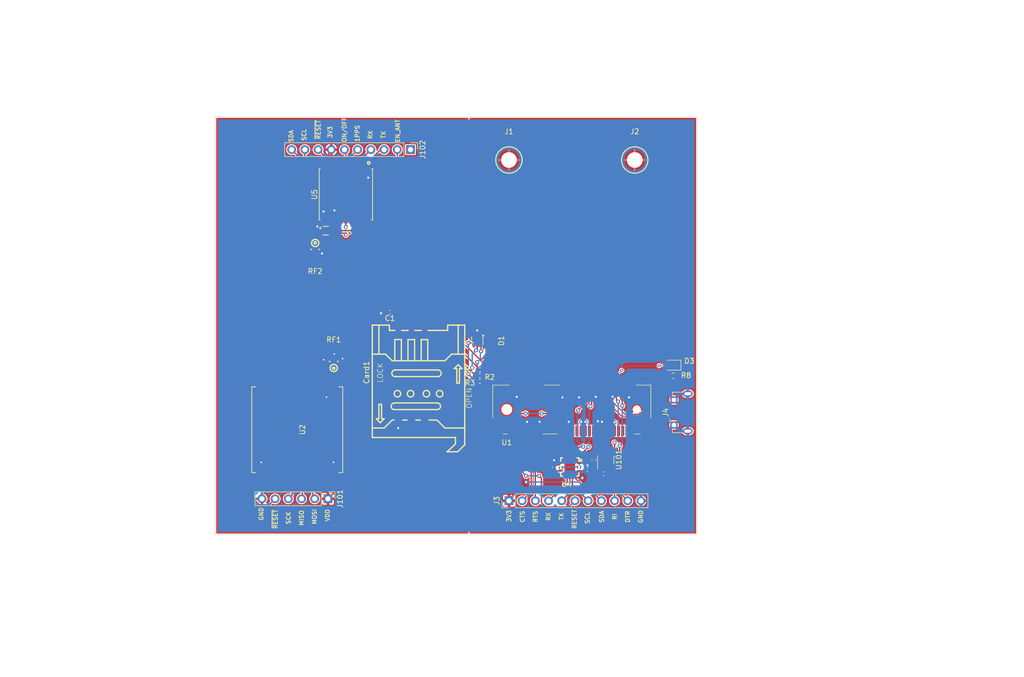
<source format=kicad_pcb>
(kicad_pcb (version 20211014) (generator pcbnew)
  (layers (0 "F.Cu" signal "Front") (31 "B.Cu" signal "Back") (34 "B.Paste" user) (35 "F.Paste" user) (36 "B.SilkS" user "B.Silkscreen") (37 "F.SilkS" user "F.Silkscreen") (38 "B.Mask" user) (39 "F.Mask" user) (44 "Edge.Cuts" user))
  (net 0 "")
  (net 9 "GND")
  (net 11 "+3V3")
  (net 12 "RX")
  (net 13 "TX")
  (net 14 "RESET")
  (net 15 "SCL")
  (net 16 "SDA")
  (net 17 "USB_DN")
  (net 18 "USB_DP")
  (net 19 "Net-(C1-Pad1)")
  (net 20 "Net-(R3-Pad1)")
  (net 21 "Net-(R2-Pad1)")
  (net 22 "Net-(R1-Pad1)")
  (net 23 "CTS")
  (net 24 "RTS")
  (net 25 "RI")
  (net 26 "DTR")
  (net 43 "LORA_V_{DD}")
  (net 44 "~{LORA_RESET}")
  (net 45 "LORA_SCK")
  (net 46 "LORA_MISO")
  (net 47 "LORA_MOSI")
  (net 48 "TX_GPS")
  (net 49 "RX_GPS")
  (net 50 "1PPS_GPS")
  (net 51 "ON{slash}OFF_GPS")
  (net 52 "~{RESET_GPS}")
  (net 53 "Net-(U5-Pad11)")
  (net 54 "SDA_GPS")
  (net 55 "SCL_GPS")
  (net 56 "GPS_3V3")
  (net 57 "EN_ANT")
  (net 58 "Net-(Card1-PadC2)")
  (net 59 "Net-(Card1-PadC3)")
  (net 60 "Net-(Card1-PadC7)")
  (net 61 "Net-(RF1-Pad1)")
  (net 62 "Net-(RF2-Pad1)")
  (net 74 "Net-(D3-Pad1)")
  (net 75 "Net-(D3-Pad2)")
  (net 76 "+1V8")
  (net 77 "Net-(U1-Pad32)")
  (net 78 "Net-(U1-Pad30)")
  (net 79 "Net-(U1-Pad19)")
  (net 80 "Net-(U1-Pad17)")
  (net 81 "Net-(U5-Pad14)")
  (footprint "Resistor_SMD:R_0402_1005Metric" (layer "F.Cu") (at 166.3 103 180)
    (fp_text reference "R1")
    (fp_text value "22ohm")
  )
  (footprint "cacophony-footprints:SMD_M2_nut" (layer "F.Cu") (at 171.9 62.6)
    (fp_text reference "J1")
    (fp_text value "Screw_Terminal_01x01")
  )
  (footprint "Package_TO_SOT_SMD:SOT-23-5" (layer "F.Cu") (at 190.52 120.32 90)
    (fp_text reference "U101")
    (fp_text value "RT9193-18GB")
  )
  (footprint "LED_SMD:LED_0805_2012Metric" (layer "F.Cu") (at 203.3 102.1 180)
    (fp_text reference "D3")
    (fp_text value "LED")
  )
  (footprint "cacophony-footprints:920-E52A2021S10100" (layer "F.Cu") (at 208.04125 111.2 90)
    (fp_text reference "J4")
    (fp_text value "USB_B_Micro")
  )
  (footprint "RF_Module:Ai-Thinker-Ra-01-LoRa" (layer "F.Cu") (at 131.18 114.51899 -90)
    (fp_text reference "U2")
    (fp_text value "Ai-Thinker-Ra-01")
  )
  (footprint "Connector_PinHeader_2.54mm:PinHeader_1x06_P2.54mm_Vertical" (layer "F.Cu") (at 137.08 127.81899 -90)
    (fp_text reference "J101")
    (fp_text value "Conn_01x06")
  )
  (footprint "Resistor_SMD:R_0603_1608Metric" (layer "F.Cu") (at 203.5 104.15)
    (fp_text reference "R8")
    (fp_text value "R")
  )
  (footprint "Capacitor_SMD:C_0402_1005Metric" (layer "F.Cu") (at 188.22 120.3 -90)
    (fp_text reference "C104" hide)
    (fp_text value "1uF")
  )
  (footprint "Connector_PinHeader_2.54mm:PinHeader_1x10_P2.54mm_Vertical" (layer "F.Cu") (at 152.96 60.6 -90)
    (fp_text reference "J102")
    (fp_text value "Conn_01x10")
  )
  (footprint "Capacitor_SMD:C_0402_1005Metric" (layer "F.Cu") (at 180.6 121.8 90)
    (fp_text reference "C101" hide)
    (fp_text value "100nF")
  )
  (footprint "Connector_PinHeader_2.54mm:PinHeader_1x11_P2.54mm_Vertical" (layer "F.Cu") (at 171.9 128.2 90)
    (fp_text reference "J3")
    (fp_text value "Conn_01x13")
  )
  (footprint "Capacitor_SMD:C_0402_1005Metric" (layer "F.Cu") (at 190.12 123)
    (fp_text reference "C103" hide)
    (fp_text value "1uF")
  )
  (footprint "cacophony-footprints:GPSM-SMD_ATGM336H-TR" (layer "F.Cu") (at 140.535 69.2)
    (fp_text reference "U5")
    (fp_text value "ATGM336H-5N31")
  )
  (footprint "Resistor_SMD:R_0402_1005Metric" (layer "F.Cu") (at 166.3 104.1 180)
    (fp_text reference "R2")
    (fp_text value "22ohm")
  )
  (footprint "Capacitor_SMD:C_0402_1005Metric" (layer "F.Cu") (at 187 122.2)
    (fp_text reference "C102" hide)
    (fp_text value "100nF")
  )
  (footprint "cacophony-footprints:VQFN-14_L3.5-W3.5-P0.50-BL-EP" (layer "F.Cu") (at 183.6 121.7 180)
    (fp_text reference "U4")
    (fp_text value "TXS0104ERGYR")
  )
  (footprint "cacophony-footprints:SOT-363_L2.0-W1.3-P0.65-LS2.1-TL" (layer "F.Cu") (at 165.8 97.4 -90)
    (fp_text reference "D1")
    (fp_text value "SMF05CT1G")
  )
  (footprint "Resistor_SMD:R_0402_1005Metric" (layer "F.Cu") (at 166.3 105.2 180)
    (fp_text reference "R3")
    (fp_text value "22ohm")
  )
  (footprint "cacophony-footprints:SIM-SMD_SIM-008" (layer "F.Cu") (at 153.1475 103.2725 90)
    (fp_text reference "Card1")
    (fp_text value "SIM-008")
  )
  (footprint "cacophony-footprints:ANT-SMD_KH-IPEX-K501-29" (layer "F.Cu") (at 138.2 102.61899)
    (fp_text reference "RF1")
    (fp_text value "KH-IPEX-K501-29")
  )
  (footprint "cacophony-footprints:ANT-SMD_KH-IPEX-K501-29" (layer "F.Cu") (at 134.635 78.6 180)
    (fp_text reference "RF2")
    (fp_text value "KH-IPEX-K501-29")
  )
  (footprint "Connector_PCBEdge:BUS_PCI_Express_Mini_Full" (layer "F.Cu") (at 183.985 110.635)
    (fp_text reference "U1")
    (fp_text value "SIM7600G-H-PCIE")
  )
  (footprint "cacophony-footprints:SMD_M2_nut" (layer "F.Cu") (at 196.1 62.6)
    (fp_text reference "J2")
    (fp_text value "Screw_Terminal_01x01")
  )
  (footprint "Capacitor_SMD:C_0402_1005Metric" (layer "F.Cu") (at 149 91.9 180)
    (fp_text reference "C1")
    (fp_text value "100nF")
  )
  (footprint "cacophony-footprints:DFN-6_L1.5-W1.0-P0.50-BL" (layer "F.Cu") (at 136.635 76.2 -90)
    (fp_text reference "U6")
    (fp_text value "AW5105DNR")
  )
  (gr_rect (start 115.4 54.3) (end 208.1 134.7) (layer "Edge.Cuts") (width 0.1) (fill none))
  (gr_text "SCL" (at 187 131.5 90) (layer "F.SilkS") (effects (font (size 0.8128 0.8128) (thickness 0.1524))))
  (gr_text "RI" (at 192.25 131.25 90) (layer "F.SilkS") (effects (font (size 0.8128 0.8128) (thickness 0.1524))))
  (gr_text "MISO" (at 132 131.5 90) (layer "F.SilkS") (effects (font (size 0.8128 0.8128) (thickness 0.1524))))
  (gr_text "TX" (at 147.75 57.75 90) (layer "F.SilkS") (effects (font (size 0.8128 0.8128) (thickness 0.1524))))
  (gr_text "TX" (at 182 131.25 90) (layer "F.SilkS") (effects (font (size 0.8128 0.8128) (thickness 0.1524))))
  (gr_text "RX" (at 179.5 131.25 90) (layer "F.SilkS") (effects (font (size 0.8128 0.8128) (thickness 0.1524))))
  (gr_text "RX" (at 145.25 57.75 90) (layer "F.SilkS") (effects (font (size 0.8128 0.8128) (thickness 0.1524))))
  (gr_text "EN_ANT" (at 150.5 57 90) (layer "F.SilkS") (effects (font (size 0.8128 0.8128) (thickness 0.1524))))
  (gr_text "MOSI" (at 134.5 131.25 90) (layer "F.SilkS") (effects (font (size 0.8128 0.8128) (thickness 0.1524))))
  (gr_text "RESET" (at 184.5 131.75 90) (layer "F.SilkS") (effects (font (size 0.8128 0.8128) (thickness 0.1524))))
  (gr_text "3V3" (at 137.5 57.25 90) (layer "F.SilkS") (effects (font (size 0.8128 0.8128) (thickness 0.1524))))
  (gr_text "SCL" (at 132.5 57.75 90) (layer "F.SilkS") (effects (font (size 0.8128 0.8128) (thickness 0.1524))))
  (gr_text "~{RESET}" (at 135.25 56.75 90) (layer "F.SilkS") (effects (font (size 0.8128 0.8128) (thickness 0.1524))))
  (gr_text "SDA" (at 130 58 90) (layer "F.SilkS") (effects (font (size 0.8128 0.8128) (thickness 0.1524))))
  (gr_text "SDA" (at 189.75 131.25 90) (layer "F.SilkS") (effects (font (size 0.8128 0.8128) (thickness 0.1524))))
  (gr_text "1PPS" (at 142.75 57.5 90) (layer "F.SilkS") (effects (font (size 0.8128 0.8128) (thickness 0.1524))))
  (gr_text "GND" (at 197.25 131.25 90) (layer "F.SilkS") (effects (font (size 0.8128 0.8128) (thickness 0.1524))))
  (gr_text "CTS" (at 174.5 131.25 90) (layer "F.SilkS") (effects (font (size 0.8128 0.8128) (thickness 0.1524))))
  (gr_text "3V3" (at 171.9 131.15 90) (layer "F.SilkS") (effects (font (size 0.8128 0.8128) (thickness 0.1524))))
  (gr_text "SCK" (at 129.5 131.5 90) (layer "F.SilkS") (effects (font (size 0.8128 0.8128) (thickness 0.1524))))
  (gr_text "GND" (at 124.25 130.75 90) (layer "F.SilkS") (effects (font (size 0.8128 0.8128) (thickness 0.1524))))
  (gr_text "RTS" (at 177 131.25 90) (layer "F.SilkS") (effects (font (size 0.8128 0.8128) (thickness 0.1524))))
  (gr_text "VDD" (at 137 131 90) (layer "F.SilkS") (effects (font (size 0.8128 0.8128) (thickness 0.1524))))
  (gr_text "ON/OFF" (at 140.25 56.75 90) (layer "F.SilkS") (effects (font (size 0.8128 0.8128) (thickness 0.1524))))
  (gr_text "DTR" (at 194.75 131.25 90) (layer "F.SilkS") (effects (font (size 0.8128 0.8128) (thickness 0.1524))))
  (gr_text "~{RESET}" (at 127 131.75 90) (layer "F.SilkS") (effects (font (size 0.8128 0.8128) (thickness 0.1524))))
  (segment (start 134.555 80.02) (end 133.135 78.6) (width 0.25) (layer "F.Cu") (net 9))
  (segment (start 136.7 102.61899) (end 136.78 102.61899) (width 0.25) (layer "F.Cu") (net 9))
  (segment (start 138.28 101.19899) (end 139.7 102.61899) (width 0.25) (layer "F.Cu") (net 9))
  (segment (start 188.585 106.535) (end 188.585 108.185) (width 0.25) (layer "F.Cu") (net 9))
  (segment (start 190.52 120.6) (end 190.52 121.4575) (width 0.25) (layer "F.Cu") (net 9))
  (segment (start 138.2 100.05) (end 138.3 99.95) (width 0.25) (layer "F.Cu") (net 9))
  (segment (start 136.7 102.61899) (end 136.7 101.5) (width 0.25) (layer "F.Cu") (net 9))
  (segment (start 124.38 127.81899) (end 124.38 122.71899) (width 0.25) (layer "F.Cu") (net 9))
  (segment (start 138.18 122.51899) (end 138.18 122.26899) (width 0.25) (layer "F.Cu") (net 9))
  (segment (start 136.215 75.28) (end 136.135 75.2) (width 0.25) (layer "F.Cu") (net 9))
  (segment (start 189.785 114.735) (end 189.785 113.015) (width 0.25) (layer "F.Cu") (net 9))
  (segment (start 136.135 74.01) (end 136.135 73.575) (width 0.25) (layer "F.Cu") (net 9))
  (segment (start 125.33 121.11899) (end 124.18 122.26899) (width 0.25) (layer "F.Cu") (net 9))
  (segment (start 187.42 120.78) (end 188.22 120.78) (width 0.25) (layer "F.Cu") (net 9))
  (segment (start 134.635 80.02) (end 134.715 80.02) (width 0.25) (layer "F.Cu") (net 9))
  (segment (start 147.8 91.9) (end 147.6 92.1) (width 0.25) (layer "F.Cu") (net 9))
  (segment (start 136.18 106.51899) (end 136.18 107.63) (width 0.25) (layer "F.Cu") (net 9))
  (segment (start 138.335 73.575) (end 138.335 74.01) (width 0.25) (layer "F.Cu") (net 9))
  (segment (start 134.715 80.02) (end 136.135 78.6) (width 0.25) (layer "F.Cu") (net 9))
  (segment (start 188.985 114.735) (end 188.985 112.915) (width 0.25) (layer "F.Cu") (net 9))
  (segment (start 137.56 72.8) (end 138.335 73.575) (width 0.25) (layer "F.Cu") (net 9))
  (segment (start 133.940978 76.2) (end 136.215 76.2) (width 0.25) (layer "F.Cu") (net 9))
  (segment (start 138.18 120.83) (end 138.15 120.8) (width 0.25) (layer "F.Cu") (net 9))
  (segment (start 173.385 108.185) (end 173.4 108.2) (width 0.25) (layer "F.Cu") (net 9))
  (segment (start 204.325 104.15) (end 206.29125 106.11625) (width 0.127) (layer "F.Cu") (net 9))
  (segment (start 192.185 114.735) (end 192.185 113.115) (width 0.25) (layer "F.Cu") (net 9))
  (segment (start 139.7 102.61899) (end 139.7 101.05) (width 0.25) (layer "F.Cu") (net 9))
  (segment (start 124.18 120.87) (end 124.25 120.8) (width 0.25) (layer "F.Cu") (net 9))
  (segment (start 194.985 108.285) (end 195 108.3) (width 0.25) (layer "F.Cu") (net 9))
  (segment (start 180.6 121.32) (end 181.48 121.32) (width 0.25) (layer "F.Cu") (net 9))
  (segment (start 188.985 112.915) (end 189 112.9) (width 0.25) (layer "F.Cu") (net 9))
  (segment (start 144.935 64.39) (end 144.935 65.9) (width 0.25) (layer "F.Cu") (net 9))
  (segment (start 188.585 108.185) (end 188.6 108.2) (width 0.25) (layer "F.Cu") (net 9))
  (segment (start 182.185 106.535) (end 182.185 108.285) (width 0.25) (layer "F.Cu") (net 9))
  (segment (start 187.011213 121.379223) (end 187.011213 121.188787) (width 0.25) (layer "F.Cu") (net 9))
  (segment (start 187.48 122.2) (end 187.48 121.84801) (width 0.25) (layer "F.Cu") (net 9))
  (segment (start 194.985 106.535) (end 194.985 108.285) (width 0.25) (layer "F.Cu") (net 9))
  (segment (start 186.585 113.415) (end 186.6 113.4) (width 0.25) (layer "F.Cu") (net 9))
  (segment (start 124.18 122.51899) (end 124.18 120.87) (width 0.25) (layer "F.Cu") (net 9))
  (segment (start 186.585 114.735) (end 186.585 113.415) (width 0.25) (layer "F.Cu") (net 9))
  (segment (start 136.215 75.7) (end 136.215 75.28) (width 0.25) (layer "F.Cu") (net 9))
  (segment (start 190.39048 120.47048) (end 190.52 120.6) (width 0.25) (layer "F.Cu") (net 9))
  (segment (start 177.785 113.015) (end 177.8 113) (width 0.25) (layer "F.Cu") (net 9))
  (segment (start 133.135 78.6) (end 133.135 77.005978) (width 0.25) (layer "F.Cu") (net 9))
  (segment (start 136.135 72.6) (end 136.235 72.5) (width 0.25) (layer "F.Cu") (net 9))
  (segment (start 190.985 107.684022) (end 191.456356 108.155378) (width 0.25) (layer "F.Cu") (net 9))
  (segment (start 133.135 77.005978) (end 133.940978 76.2) (width 0.25) (layer "F.Cu") (net 9))
  (segment (start 124.18 122.26899) (end 124.18 122.51899) (width 0.25) (layer "F.Cu") (net 9))
  (segment (start 135.335 75.7) (end 135.035 75.4) (width 0.25) (layer "F.Cu") (net 9))
  (segment (start 181.48 121.32) (end 181.85 120.95) (width 0.25) (layer "F.Cu") (net 9))
  (segment (start 185.785 114.735) (end 185.785 113.015) (width 0.25) (layer "F.Cu") (net 9))
  (segment (start 206.29125 106.11625) (end 206.29125 107.6) (width 0.127) (layer "F.Cu") (net 9))
  (segment (start 183.385 114.735) (end 183.385 113.015) (width 0.25) (layer "F.Cu") (net 9))
  (segment (start 139.7 101.05) (end 139.9 100.85) (width 0.25) (layer "F.Cu") (net 9))
  (segment (start 190.985 106.535) (end 190.985 107.684022) (width 0.25) (layer "F.Cu") (net 9))
  (segment (start 175.385 113.015) (end 175.4 113) (width 0.25) (layer "F.Cu") (net 9))
  (segment (start 187.011213 121.188787) (end 187.42 120.78) (width 0.25) (layer "F.Cu") (net 9))
  (segment (start 136.215 75.7) (end 135.335 75.7) (width 0.25) (layer "F.Cu") (net 9))
  (segment (start 182.185 108.285) (end 182.2 108.3) (width 0.25) (layer "F.Cu") (net 9))
  (segment (start 136.91 72.8) (end 137.56 72.8) (width 0.25) (layer "F.Cu") (net 9))
  (segment (start 188.52952 120.47048) (end 190.39048 120.47048) (width 0.25) (layer "F.Cu") (net 9))
  (segment (start 137.03 121.11899) (end 125.33 121.11899) (width 0.25) (layer "F.Cu") (net 9))
  (segment (start 188.22 120.78) (end 188.52952 120.47048) (width 0.25) (layer "F.Cu") (net 9))
  (segment (start 138.18 122.26899) (end 137.03 121.11899) (width 0.25) (layer "F.Cu") (net 9))
  (segment (start 186.6 113.4) (end 186.6 113) (width 0.25) (layer "F.Cu") (net 9))
  (segment (start 138.2 101.19899) (end 138.2 100.05) (width 0.25) (layer "F.Cu") (net 9))
  (segment (start 134.635 80.02) (end 135.355 80.02) (width 0.25) (layer "F.Cu") (net 9))
  (segment (start 135.355 80.02) (end 135.935 80.6) (width 0.25) (layer "F.Cu") (net 9))
  (segment (start 185.385 106.535) (end 185.385 108.285) (width 0.25) (layer "F.Cu") (net 9))
  (segment (start 136.135 74.01) (end 136.135 72.6) (width 0.25) (layer "F.Cu") (net 9))
  (segment (start 185.385 108.285) (end 185.4 108.3) (width 0.25) (layer "F.Cu") (net 9))
  (segment (start 190.52 122.92) (end 190.6 123) (width 0.25) (layer "F.Cu") (net 9))
  (segment (start 148.52 91.9) (end 147.8 91.9) (width 0.25) (layer "F.Cu") (net 9))
  (segment (start 138.18 122.51899) (end 138.18 120.83) (width 0.25) (layer "F.Cu") (net 9))
  (segment (start 136.18 103.13899) (end 136.7 102.61899) (width 0.25) (layer "F.Cu") (net 9))
  (segment (start 173.385 106.535) (end 173.385 108.185) (width 0.25) (layer "F.Cu") (net 9))
  (segment (start 177.785 114.735) (end 177.785 113.015) (width 0.25) (layer "F.Cu") (net 9))
  (segment (start 185.785 113.015) (end 185.8 113) (width 0.25) (layer "F.Cu") (net 9))
  (segment (start 175.385 114.735) (end 175.385 113.015) (width 0.25) (layer "F.Cu") (net 9))
  (segment (start 136.18 106.51899) (end 136.18 103.13899) (width 0.25) (layer "F.Cu") (net 9))
  (segment (start 190.52 121.4575) (end 190.52 122.92) (width 0.25) (layer "F.Cu") (net 9))
  (segment (start 136.78 102.61899) (end 138.2 101.19899) (width 0.25) (layer "F.Cu") (net 9))
  (segment (start 187.48 121.84801) (end 187.011213 121.379223) (width 0.25) (layer "F.Cu") (net 9))
  (segment (start 138.335 74.01) (end 138.335 72.3) (width 0.25) (layer "F.Cu") (net 9))
  (segment (start 136.7 101.5) (end 136.25 101.05) (width 0.25) (layer "F.Cu") (net 9))
  (segment (start 150.6075 112.1725) (end 150.6075 114.1925) (width 0.25) (layer "F.Cu") (net 9))
  (segment (start 165.8 96.48) (end 165.8 95.4) (width 0.25) (layer "F.Cu") (net 9))
  (segment (start 180.6 121.32) (end 180.6 120.4) (width 0.25) (layer "F.Cu") (net 9))
  (segment (start 136.135 75.2) (end 136.135 74.01) (width 0.25) (layer "F.Cu") (net 9))
  (segment (start 183.385 113.015) (end 183.4 113) (width 0.25) (layer "F.Cu") (net 9))
  (segment (start 136.215 76.2) (end 136.215 75.7) (width 0.25) (layer "F.Cu") (net 9))
  (segment (start 147.6 92.1) (end 147.3 92.1) (width 0.25) (layer "F.Cu") (net 9))
  (segment (start 150.6075 114.1925) (end 150.6 114.2) (width 0.25) (layer "F.Cu") (net 9))
  (segment (start 144.935 65.9) (end 144.835 66) (width 0.25) (layer "F.Cu") (net 9))
  (segment (start 124.38 122.71899) (end 124.18 122.51899) (width 0.25) (layer "F.Cu") (net 9))
  (segment (start 138.2 101.19899) (end 138.28 101.19899) (width 0.25) (layer "F.Cu") (net 9))
  (segment (start 191.456356 108.155378) (end 191.844622 108.155378) (width 0.25) (layer "F.Cu") (net 9))
  (segment (start 192.185 113.115) (end 192.2 113.1) (width 0.25) (layer "F.Cu") (net 9))
  (segment (start 189.785 113.015) (end 189.8 113) (width 0.25) (layer "F.Cu") (net 9))
  (segment (start 136.18 107.63) (end 136.8 108.25) (width 0.25) (layer "F.Cu") (net 9))
  (segment (start 136.135 73.575) (end 136.91 72.8) (width 0.25) (layer "F.Cu") (net 9))
  (segment (start 134.635 80.02) (end 134.555 80.02) (width 0.25) (layer "F.Cu") (net 9))
  (via (at 136.25 101.05) (size 0.6) (drill 0.3) (layers "F.Cu" "B.Cu") (net 9))
  (via (at 175.4 113) (size 0.8) (drill 0.4) (layers "F.Cu" "B.Cu") (net 9))
  (via (at 180.6 120.4) (size 0.8) (drill 0.4) (layers "F.Cu" "B.Cu") (net 9))
  (via (at 189 112.9) (size 0.8) (drill 0.4) (layers "F.Cu" "B.Cu") (net 9))
  (via (at 139.9 100.85) (size 0.6) (drill 0.3) (layers "F.Cu" "B.Cu") (net 9))
  (via (at 138.15 120.8) (size 0.6) (drill 0.3) (layers "F.Cu" "B.Cu") (net 9))
  (via (at 185.4 108.3) (size 0.8) (drill 0.4) (layers "F.Cu" "B.Cu") (net 9))
  (via (at 138.3 99.95) (size 0.6) (drill 0.3) (layers "F.Cu" "B.Cu") (net 9))
  (via (at 136.235 72.5) (size 0.8) (drill 0.4) (layers "F.Cu" "B.Cu") (net 9))
  (via (at 136.8 108.25) (size 0.6) (drill 0.3) (layers "F.Cu" "B.Cu") (net 9))
  (via (at 187.011213 121.379223) (size 0.8) (drill 0.4) (layers "F.Cu" "B.Cu") (net 9))
  (via (at 165.8 95.4) (size 0.8) (drill 0.4) (layers "F.Cu" "B.Cu") (net 9))
  (via (at 183.4 113) (size 0.8) (drill 0.4) (layers "F.Cu" "B.Cu") (net 9))
  (via (at 182.2 108.3) (size 0.8) (drill 0.4) (layers "F.Cu" "B.Cu") (net 9))
  (via (at 150.6 114.2) (size 0.8) (drill 0.4) (layers "F.Cu" "B.Cu") (net 9))
  (via (at 188.6 108.2) (size 0.8) (drill 0.4) (layers "F.Cu" "B.Cu") (net 9))
  (via (at 124.25 120.8) (size 0.6) (drill 0.3) (layers "F.Cu" "B.Cu") (net 9))
  (via (at 191.844622 108.155378) (size 0.8) (drill 0.4) (layers "F.Cu" "B.Cu") (net 9))
  (via (at 135.935 80.6) (size 0.8) (drill 0.4) (layers "F.Cu" "B.Cu") (net 9))
  (via (at 147.3 92.1) (size 0.8) (drill 0.4) (layers "F.Cu" "B.Cu") (net 9))
  (via (at 186.6 113) (size 0.8) (drill 0.4) (layers "F.Cu" "B.Cu") (net 9))
  (via (at 195 108.3) (size 0.8) (drill 0.4) (layers "F.Cu" "B.Cu") (net 9))
  (via (at 185.8 113) (size 0.8) (drill 0.4) (layers "F.Cu" "B.Cu") (net 9))
  (via (at 192.2 113.1) (size 0.8) (drill 0.4) (layers "F.Cu" "B.Cu") (net 9))
  (via (at 173.4 108.2) (size 0.8) (drill 0.4) (layers "F.Cu" "B.Cu") (net 9))
  (via (at 189.8 113) (size 0.8) (drill 0.4) (layers "F.Cu" "B.Cu") (net 9))
  (via (at 144.835 66) (size 0.8) (drill 0.4) (layers "F.Cu" "B.Cu") (net 9))
  (via (at 135.035 75.4) (size 0.8) (drill 0.4) (layers "F.Cu" "B.Cu") (net 9))
  (via (at 138.335 72.3) (size 0.8) (drill 0.4) (layers "F.Cu" "B.Cu") (net 9))
  (via (at 177.8 113) (size 0.8) (drill 0.4) (layers "F.Cu" "B.Cu") (net 9))
  (segment (start 186.52 123.28) (end 189.36 123.28) (width 0.25) (layer "F.Cu") (net 11))
  (segment (start 191.385 116.415) (end 191.385 114.735) (width 0.25) (layer "F.Cu") (net 11))
  (segment (start 186.27 122.45) (end 186.52 122.2) (width 0.25) (layer "F.Cu") (net 11))
  (segment (start 186.52 123.28) (end 186 123.8) (width 0.25) (layer "F.Cu") (net 11))
  (segment (start 189.64 123) (end 189.64 121.5275) (width 0.25) (layer "F.Cu") (net 11))
  (segment (start 191.47 123.63) (end 191.3 123.8) (width 0.25) (layer "F.Cu") (net 11))
  (segment (start 189.36 123.28) (end 189.64 123) (width 0.25) (layer "F.Cu") (net 11))
  (segment (start 191.3 123.8) (end 190.1 123.8) (width 0.25) (layer "F.Cu") (net 11))
  (segment (start 190.84548 116.95452) (end 190.9 116.9) (width 0.25) (layer "F.Cu") (net 11))
  (segment (start 185.35 122.45) (end 186.27 122.45) (width 0.25) (layer "F.Cu") (net 11))
  (segment (start 190.1 123.8) (end 189.64 123.34) (width 0.25) (layer "F.Cu") (net 11))
  (segment (start 190.9 116.9) (end 191.385 116.415) (width 0.25) (layer "F.Cu") (net 11))
  (segment (start 171.9 128.2) (end 171.9 127.9) (width 0.25) (layer "F.Cu") (net 11))
  (segment (start 191.47 121.4575) (end 191.47 120.914282) (width 0.25) (layer "F.Cu") (net 11))
  (segment (start 190.585 116.585) (end 190.585 114.735) (width 0.25) (layer "F.Cu") (net 11))
  (segment (start 189.64 123.34) (end 189.64 123) (width 0.25) (layer "F.Cu") (net 11))
  (segment (start 191.47 121.4575) (end 191.47 123.63) (width 0.25) (layer "F.Cu") (net 11))
  (segment (start 190.84548 120.289762) (end 190.84548 116.95452) (width 0.25) (layer "F.Cu") (net 11))
  (segment (start 186.52 122.2) (end 186.52 123.28) (width 0.25) (layer "F.Cu") (net 11))
  (segment (start 191.47 120.914282) (end 190.84548 120.289762) (width 0.25) (layer "F.Cu") (net 11))
  (segment (start 171.9 127.9) (end 175.2 124.6) (width 0.25) (layer "F.Cu") (net 11))
  (segment (start 190.585 114.735) (end 191.385 114.735) (width 0.25) (layer "F.Cu") (net 11))
  (segment (start 190.9 116.9) (end 190.585 116.585) (width 0.25) (layer "F.Cu") (net 11))
  (segment (start 189.64 121.5275) (end 189.57 121.4575) (width 0.25) (layer "F.Cu") (net 11))
  (via (at 186 123.8) (size 0.8) (drill 0.4) (layers "F.Cu" "B.Cu") (net 11))
  (via (at 175.2 124.6) (size 0.8) (drill 0.4) (layers "F.Cu" "B.Cu") (net 11))
  (segment (start 175.2 124.6) (end 185.2 124.6) (width 0.25) (layer "B.Cu") (net 11))
  (segment (start 185.2 124.6) (end 186 123.8) (width 0.25) (layer "B.Cu") (net 11))
  (segment (start 183.1 124.62) (end 179.52 128.2) (width 0.25) (layer "F.Cu") (net 12))
  (segment (start 183.1 123.45) (end 183.1 124.62) (width 0.25) (layer "F.Cu") (net 12))
  (segment (start 182.06 128.2) (end 183.6 126.66) (width 0.25) (layer "F.Cu") (net 13))
  (segment (start 183.6 126.66) (end 183.6 123.45) (width 0.25) (layer "F.Cu") (net 13))
  (segment (start 174.27 111.4) (end 175.1 111.4) (width 0.25) (layer "F.Cu") (net 14))
  (segment (start 172.185 113.485) (end 174.27 111.4) (width 0.25) (layer "F.Cu") (net 14))
  (segment (start 172.185 114.735) (end 172.185 120.385) (width 0.25) (layer "F.Cu") (net 14))
  (segment (start 172.185 120.385) (end 175.2 123.4) (width 0.25) (layer "F.Cu") (net 14))
  (segment (start 178.2 111.4) (end 180.124614 111.4) (width 0.25) (layer "F.Cu") (net 14))
  (segment (start 180.124614 111.4) (end 183.785 107.739614) (width 0.25) (layer "F.Cu") (net 14))
  (segment (start 183.785 107.739614) (end 183.785 106.535) (width 0.25) (layer "F.Cu") (net 14))
  (segment (start 183.4 129.4) (end 184.6 128.2) (width 0.25) (layer "F.Cu") (net 14))
  (segment (start 179 129.4) (end 183.4 129.4) (width 0.25) (layer "F.Cu") (net 14))
  (segment (start 178.154511 128.554511) (end 179 129.4) (width 0.25) (layer "F.Cu") (net 14))
  (segment (start 172.185 114.735) (end 172.185 113.485) (width 0.25) (layer "F.Cu") (net 14))
  (segment (start 178.154511 123.850011) (end 178.154511 128.554511) (width 0.25) (layer "F.Cu") (net 14))
  (segment (start 177.7045 123.4) (end 178.154511 123.850011) (width 0.25) (layer "F.Cu") (net 14))
  (via (at 175.1 111.4) (size 0.8) (drill 0.4) (layers "F.Cu" "B.Cu") (net 14))
  (via (at 175.2 123.4) (size 0.8) (drill 0.4) (layers "F.Cu" "B.Cu") (net 14))
  (via (at 177.7045 123.4) (size 0.8) (drill 0.4) (layers "F.Cu" "B.Cu") (net 14))
  (via (at 178.2 111.4) (size 0.8) (drill 0.4) (layers "F.Cu" "B.Cu") (net 14))
  (segment (start 175.2 123.4) (end 177.7045 123.4) (width 0.25) (layer "B.Cu") (net 14))
  (segment (start 175.1 111.4) (end 178.2 111.4) (width 0.25) (layer "B.Cu") (net 14))
  (segment (start 184.1 123.45) (end 184.1 125.16) (width 0.25) (layer "F.Cu") (net 15))
  (segment (start 184.1 125.16) (end 187.14 128.2) (width 0.25) (layer "F.Cu") (net 15))
  (segment (start 184.6 123.45) (end 184.6 123.8) (width 0.25) (layer "F.Cu") (net 16))
  (segment (start 184.6 123.8) (end 187.6 126.8) (width 0.25) (layer "F.Cu") (net 16))
  (segment (start 188.28 126.8) (end 189.68 128.2) (width 0.25) (layer "F.Cu") (net 16))
  (segment (start 187.6 126.8) (end 188.28 126.8) (width 0.25) (layer "F.Cu") (net 16))
  (segment (start 189.385 107.735) (end 193.58404 111.93404) (width 0.2) (layer "F.Cu") (net 17))
  (segment (start 189.385 106.535) (end 189.385 107.735) (width 0.2) (layer "F.Cu") (net 17))
  (segment (start 203.55721 111.93404) (end 203.64125 111.85) (width 0.2) (layer "F.Cu") (net 17))
  (segment (start 193.58404 111.93404) (end 203.55721 111.93404) (width 0.2) (layer "F.Cu") (net 17))
  (segment (start 197.192116 111.2) (end 196.857595 111.534521) (width 0.2) (layer "F.Cu") (net 18))
  (segment (start 203.64125 111.2) (end 197.192116 111.2) (width 0.2) (layer "F.Cu") (net 18))
  (segment (start 196.857595 111.534521) (end 194.234521 111.534521) (width 0.2) (layer "F.Cu") (net 18))
  (segment (start 194.234521 111.534521) (end 190.185 107.485) (width 0.2) (layer "F.Cu") (net 18))
  (segment (start 190.185 107.485) (end 190.185 106.535) (width 0.2) (layer "F.Cu") (net 18))
  (segment (start 167.5 100.1) (end 167.5 97.53) (width 0.25) (layer "F.Cu") (net 19))
  (segment (start 178.809511 105.210489) (end 175.699022 102.1) (width 0.25) (layer "F.Cu") (net 19))
  (segment (start 166.45 101.15) (end 167.5 100.1) (width 0.25) (layer "F.Cu") (net 19))
  (segment (start 167.4 102.1) (end 166.45 101.15) (width 0.25) (layer "F.Cu") (net 19))
  (segment (start 152.98 92) (end 150.6075 94.3725) (width 0.25) (layer "F.Cu") (net 19))
  (segment (start 166.45 101.15) (end 157.3 92) (width 0.25) (layer "F.Cu") (net 19))
  (segment (start 174.985 106.535) (end 174.985 107.785) (width 0.25) (layer "F.Cu") (net 19))
  (segment (start 150.6075 94.3725) (end 150.6075 93.0275) (width 0.25) (layer "F.Cu") (net 19))
  (segment (start 175.059511 107.859511) (end 178.809511 107.859511) (width 0.25) (layer "F.Cu") (net 19))
  (segment (start 150.6075 93.0275) (end 149.48 91.9) (width 0.25) (layer "F.Cu") (net 19))
  (segment (start 174.985 107.785) (end 175.059511 107.859511) (width 0.25) (layer "F.Cu") (net 19))
  (segment (start 157.3 92) (end 152.98 92) (width 0.25) (layer "F.Cu") (net 19))
  (segment (start 167.5 97.53) (end 166.45 96.48) (width 0.25) (layer "F.Cu") (net 19))
  (segment (start 178.809511 107.859511) (end 178.809511 105.210489) (width 0.25) (layer "F.Cu") (net 19))
  (segment (start 175.699022 102.1) (end 167.4 102.1) (width 0.25) (layer "F.Cu") (net 19))
  (segment (start 166.81 105.2) (end 175.599022 105.2) (width 0.25) (layer "F.Cu") (net 20))
  (segment (start 175.599022 105.2) (end 175.785 105.385978) (width 0.25) (layer "F.Cu") (net 20))
  (segment (start 175.785 105.385978) (end 175.785 106.535) (width 0.25) (layer "F.Cu") (net 20))
  (segment (start 176.585 105.285) (end 175.4 104.1) (width 0.25) (layer "F.Cu") (net 21))
  (segment (start 176.585 106.535) (end 176.585 105.285) (width 0.25) (layer "F.Cu") (net 21))
  (segment (start 175.4 104.1) (end 166.81 104.1) (width 0.25) (layer "F.Cu") (net 21))
  (segment (start 177.385 105.285) (end 175.1 103) (width 0.25) (layer "F.Cu") (net 22))
  (segment (start 175.1 103) (end 166.81 103) (width 0.25) (layer "F.Cu") (net 22))
  (segment (start 177.385 106.535) (end 177.385 105.285) (width 0.25) (layer "F.Cu") (net 22))
  (segment (start 176.185 126.455) (end 174.44 128.2) (width 0.25) (layer "F.Cu") (net 23))
  (segment (start 176.185 114.735) (end 176.185 126.455) (width 0.25) (layer "F.Cu") (net 23))
  (segment (start 176.98 114.74) (end 176.985 114.735) (width 0.25) (layer "F.Cu") (net 24))
  (segment (start 176.98 128.2) (end 176.98 114.74) (width 0.25) (layer "F.Cu") (net 24))
  (segment (start 192.22 117.02) (end 192.2 117) (width 0.25) (layer "F.Cu") (net 25))
  (segment (start 192.22 128.2) (end 192.22 117.02) (width 0.25) (layer "F.Cu") (net 25))
  (segment (start 192.585 108.785) (end 192.585 106.535) (width 0.25) (layer "F.Cu") (net 25))
  (segment (start 192.9 109.1) (end 192.585 108.785) (width 0.25) (layer "F.Cu") (net 25))
  (via (at 192.9 109.1) (size 0.8) (drill 0.4) (layers "F.Cu" "B.Cu") (net 25))
  (via (at 192.2 117) (size 0.8) (drill 0.4) (layers "F.Cu" "B.Cu") (net 25))
  (segment (start 192.924511 116.275489) (end 192.924511 109.124511) (width 0.25) (layer "B.Cu") (net 25))
  (segment (start 192.924511 109.124511) (end 192.9 109.1) (width 0.25) (layer "B.Cu") (net 25))
  (segment (start 192.2 117) (end 192.924511 116.275489) (width 0.25) (layer "B.Cu") (net 25))
  (segment (start 193.2 126.64) (end 194.76 128.2) (width 0.25) (layer "F.Cu") (net 26))
  (segment (start 193.385 108.560386) (end 193.7 108.875386) (width 0.25) (layer "F.Cu") (net 26))
  (segment (start 193.385 106.535) (end 193.385 108.560386) (width 0.25) (layer "F.Cu") (net 26))
  (segment (start 193.2 117.6) (end 193.2 126.64) (width 0.25) (layer "F.Cu") (net 26))
  (segment (start 193.7 108.875386) (end 193.7 109.9) (width 0.25) (layer "F.Cu") (net 26))
  (via (at 193.7 109.9) (size 0.8) (drill 0.4) (layers "F.Cu" "B.Cu") (net 26))
  (via (at 193.2 117.6) (size 0.8) (drill 0.4) (layers "F.Cu" "B.Cu") (net 26))
  (segment (start 193.7 109.9) (end 193.7 117.1) (width 0.25) (layer "B.Cu") (net 26))
  (segment (start 193.7 117.1) (end 193.2 117.6) (width 0.25) (layer "B.Cu") (net 26))
  (segment (start 134.18 106.51899) (end 134.18 106.76899) (width 0.25) (layer "F.Cu") (net 43))
  (segment (start 139.8 112.38899) (end 139.8 125.09899) (width 0.25) (layer "F.Cu") (net 43))
  (segment (start 139.8 125.09899) (end 137.08 127.81899) (width 0.25) (layer "F.Cu") (net 43))
  (segment (start 134.18 106.76899) (end 139.8 112.38899) (width 0.25) (layer "F.Cu") (net 43))
  (segment (start 132.18 106.51899) (end 132.18 106.76899) (width 0.25) (layer "F.Cu") (net 44))
  (segment (start 123 115.94899) (end 123 128.1) (width 0.25) (layer "F.Cu") (net 44))
  (segment (start 132.18 106.76899) (end 123 115.94899) (width 0.25) (layer "F.Cu") (net 44))
  (segment (start 125.745489 128.993501) (end 126.92 127.81899) (width 0.25) (layer "F.Cu") (net 44))
  (segment (start 123 128.1) (end 123.893501 128.993501) (width 0.25) (layer "F.Cu") (net 44))
  (segment (start 123.893501 128.993501) (end 125.745489 128.993501) (width 0.25) (layer "F.Cu") (net 44))
  (segment (start 130.18 122.51899) (end 130.18 127.09899) (width 0.25) (layer "F.Cu") (net 45))
  (segment (start 130.18 127.09899) (end 129.46 127.81899) (width 0.25) (layer "F.Cu") (net 45))
  (segment (start 132.18 127.63899) (end 132 127.81899) (width 0.25) (layer "F.Cu") (net 46))
  (segment (start 132.18 122.51899) (end 132.18 127.63899) (width 0.25) (layer "F.Cu") (net 46))
  (segment (start 134.18 127.45899) (end 134.54 127.81899) (width 0.25) (layer "F.Cu") (net 47))
  (segment (start 134.18 122.51899) (end 134.18 127.45899) (width 0.25) (layer "F.Cu") (net 47))
  (segment (start 143.835 63.955) (end 147.19 60.6) (width 0.25) (layer "F.Cu") (net 48))
  (segment (start 147.19 60.6) (end 147.88 60.6) (width 0.25) (layer "F.Cu") (net 48))
  (segment (start 143.835 64.39) (end 143.835 63.955) (width 0.25) (layer "F.Cu") (net 48))
  (segment (start 142.735 64.39) (end 142.735 63.205) (width 0.25) (layer "F.Cu") (net 49))
  (segment (start 142.735 63.205) (end 145.34 60.6) (width 0.25) (layer "F.Cu") (net 49))
  (segment (start 141.635 64.39) (end 141.635 61.765) (width 0.25) (layer "F.Cu") (net 50))
  (segment (start 141.635 61.765) (end 142.8 60.6) (width 0.25) (layer "F.Cu") (net 50))
  (segment (start 140.535 64.39) (end 140.535 60.875) (width 0.25) (layer "F.Cu") (net 51))
  (segment (start 140.535 60.875) (end 140.26 60.6) (width 0.25) (layer "F.Cu") (net 51))
  (segment (start 136.135 64.39) (end 136.135 61.555) (width 0.25) (layer "F.Cu") (net 52))
  (segment (start 136.135 61.555) (end 135.18 60.6) (width 0.25) (layer "F.Cu") (net 52))
  (segment (start 137.055 75.58) (end 137.235 75.4) (width 0.25) (layer "F.Cu") (net 53))
  (segment (start 137.235 75.4) (end 137.235 74.01) (width 0.25) (layer "F.Cu") (net 53))
  (segment (start 137.055 75.7) (end 137.055 75.58) (width 0.25) (layer "F.Cu") (net 53))
  (segment (start 142.735 73.235) (end 130.1 60.6) (width 0.25) (layer "F.Cu") (net 54))
  (segment (start 142.735 74.01) (end 142.735 73.235) (width 0.25) (layer "F.Cu") (net 54))
  (segment (start 132.64 62.383915) (end 143.835 73.578915) (width 0.25) (layer "F.Cu") (net 55))
  (segment (start 143.835 73.578915) (end 143.835 74.01) (width 0.25) (layer "F.Cu") (net 55))
  (segment (start 132.64 60.6) (end 132.64 62.383915) (width 0.25) (layer "F.Cu") (net 55))
  (segment (start 137.235 64.39) (end 137.235 64.825) (width 0.25) (layer "F.Cu") (net 56))
  (segment (start 139.435 64.825) (end 139.435 64.39) (width 0.25) (layer "F.Cu") (net 56))
  (segment (start 138.66 65.6) (end 139.435 64.825) (width 0.25) (layer "F.Cu") (net 56))
  (segment (start 137.235 61.085) (end 137.72 60.6) (width 0.25) (layer "F.Cu") (net 56))
  (segment (start 138.01 65.6) (end 138.66 65.6) (width 0.25) (layer "F.Cu") (net 56))
  (segment (start 137.235 64.825) (end 138.01 65.6) (width 0.25) (layer "F.Cu") (net 56))
  (segment (start 137.235 64.39) (end 137.235 61.085) (width 0.25) (layer "F.Cu") (net 56))
  (segment (start 144.233915 76.2) (end 150.42 70.013915) (width 0.25) (layer "F.Cu") (net 57))
  (segment (start 137.055 76.2) (end 144.233915 76.2) (width 0.25) (layer "F.Cu") (net 57))
  (segment (start 150.42 70.013915) (end 150.42 60.6) (width 0.25) (layer "F.Cu") (net 57))
  (segment (start 165.79 102.425978) (end 156.612011 93.247989) (width 0.25) (layer "F.Cu") (net 58))
  (segment (start 166.544316 98.414316) (end 166.45 98.32) (width 0.25) (layer "F.Cu") (net 58))
  (segment (start 165.79 101.514598) (end 165.787701 101.512299) (width 0.25) (layer "F.Cu") (net 58))
  (segment (start 154.272011 93.247989) (end 153.1475 94.3725) (width 0.25) (layer "F.Cu") (net 58))
  (segment (start 165.79 103) (end 165.79 101.514598) (width 0.25) (layer "F.Cu") (net 58))
  (segment (start 156.612011 93.247989) (end 154.272011 93.247989) (width 0.25) (layer "F.Cu") (net 58))
  (segment (start 166.544316 99.407767) (end 166.544316 98.414316) (width 0.25) (layer "F.Cu") (net 58))
  (segment (start 165.79 103) (end 165.79 102.425978) (width 0.25) (layer "F.Cu") (net 58))
  (via (at 165.787701 101.512299) (size 0.8) (drill 0.4) (layers "F.Cu" "B.Cu") (net 58))
  (via (at 166.544316 99.407767) (size 0.8) (drill 0.4) (layers "F.Cu" "B.Cu") (net 58))
  (segment (start 165.787701 101.512299) (end 166.4 100.9) (width 0.25) (layer "B.Cu") (net 58))
  (segment (start 166.4 100.9) (end 166.4 99.552083) (width 0.25) (layer "B.Cu") (net 58))
  (segment (start 166.4 99.552083) (end 166.544316 99.407767) (width 0.25) (layer "B.Cu") (net 58))
  (segment (start 165.8 98.995039) (end 165.8 98.32) (width 0.25) (layer "F.Cu") (net 59))
  (segment (start 165.559819 99.23522) (end 165.8 98.995039) (width 0.25) (layer "F.Cu") (net 59))
  (segment (start 164.7575 102.679299) (end 164.836799 102.6) (width 0.25) (layer "F.Cu") (net 59))
  (segment (start 164.7575 103.4425) (end 164.7575 102.679299) (width 0.25) (layer "F.Cu") (net 59))
  (segment (start 165.415 104.1) (end 164.7575 103.4425) (width 0.25) (layer "F.Cu") (net 59))
  (segment (start 164.7575 103.4425) (end 155.6875 94.3725) (width 0.25) (layer "F.Cu") (net 59))
  (segment (start 165.79 104.1) (end 165.415 104.1) (width 0.25) (layer "F.Cu") (net 59))
  (via (at 164.836799 102.6) (size 0.8) (drill 0.4) (layers "F.Cu" "B.Cu") (net 59))
  (via (at 165.559819 99.23522) (size 0.8) (drill 0.4) (layers "F.Cu" "B.Cu") (net 59))
  (segment (start 164.836799 102.6) (end 164.83681 102.599989) (width 0.25) (layer "B.Cu") (net 59))
  (segment (start 164.83681 102.599989) (end 164.83681 99.958229) (width 0.25) (layer "B.Cu") (net 59))
  (segment (start 164.83681 99.958229) (end 165.559819 99.23522) (width 0.25) (layer "B.Cu") (net 59))
  (segment (start 165.490402 105.2) (end 164.095201 103.804799) (width 0.25) (layer "F.Cu") (net 60))
  (segment (start 164.617701 97.787701) (end 165.15 98.32) (width 0.25) (layer "F.Cu") (net 60))
  (segment (start 165.79 105.2) (end 158.8175 112.1725) (width 0.25) (layer "F.Cu") (net 60))
  (segment (start 165.79 105.2) (end 165.490402 105.2) (width 0.25) (layer "F.Cu") (net 60))
  (segment (start 164.112299 97.787701) (end 164.617701 97.787701) (width 0.25) (layer "F.Cu") (net 60))
  (segment (start 158.8175 112.1725) (end 155.6875 112.1725) (width 0.25) (layer "F.Cu") (net 60))
  (via (at 164.095201 103.804799) (size 0.8) (drill 0.4) (layers "F.Cu" "B.Cu") (net 60))
  (via (at 164.112299 97.787701) (size 0.8) (drill 0.4) (layers "F.Cu" "B.Cu") (net 60))
  (segment (start 164.112299 103.787701) (end 164.112299 97.787701) (width 0.25) (layer "B.Cu") (net 60))
  (segment (start 164.095201 103.804799) (end 164.112299 103.787701) (width 0.25) (layer "B.Cu") (net 60))
  (segment (start 138.2 104.03899) (end 138.2 106.49899) (width 0.25) (layer "F.Cu") (net 61))
  (segment (start 138.2 106.49899) (end 138.18 106.51899) (width 0.25) (layer "F.Cu") (net 61))
  (segment (start 135.115 76.7) (end 136.215 76.7) (width 0.25) (layer "F.Cu") (net 62))
  (segment (start 134.635 77.18) (end 135.115 76.7) (width 0.25) (layer "F.Cu") (net 62))
  (segment (start 202.675 103.6625) (end 204.2375 102.1) (width 0.127) (layer "F.Cu") (net 74))
  (segment (start 202.675 104.15) (end 202.675 103.6625) (width 0.127) (layer "F.Cu") (net 74))
  (segment (start 200.9 102.1) (end 202.3625 102.1) (width 0.127) (layer "F.Cu") (net 75))
  (segment (start 191.785 104.915) (end 193.6 103.1) (width 0.127) (layer "F.Cu") (net 75))
  (segment (start 200.8 102.2) (end 200.9 102.1) (width 0.127) (layer "F.Cu") (net 75))
  (segment (start 191.785 106.535) (end 191.785 104.915) (width 0.127) (layer "F.Cu") (net 75))
  (via (at 193.6 103.1) (size 0.6) (drill 0.3) (layers "F.Cu" "B.Cu") (net 75))
  (via (at 200.8 102.2) (size 0.6) (drill 0.3) (layers "F.Cu" "B.Cu") (net 75))
  (segment (start 194.5 102.2) (end 200.8 102.2) (width 0.127) (layer "B.Cu") (net 75))
  (segment (start 193.6 103.1) (end 194.5 102.2) (width 0.127) (layer "B.Cu") (net 75))
  (segment (start 185.95 120.95) (end 187.08 119.82) (width 0.25) (layer "F.Cu") (net 76))
  (segment (start 185.35 120.95) (end 185.95 120.95) (width 0.25) (layer "F.Cu") (net 76))
  (segment (start 181.85 121.954701) (end 181.88188 121.922821) (width 0.25) (layer "F.Cu") (net 76))
  (segment (start 181.85 122.45) (end 181.85 121.954701) (width 0.25) (layer "F.Cu") (net 76))
  (segment (start 188.5375 119.1825) (end 189.57 119.1825) (width 0.25) (layer "F.Cu") (net 76))
  (segment (start 185.4 121) (end 185.35 120.95) (width 0.25) (layer "F.Cu") (net 76))
  (segment (start 180.77 122.45) (end 180.6 122.28) (width 0.25) (layer "F.Cu") (net 76))
  (segment (start 181.85 122.45) (end 180.77 122.45) (width 0.25) (layer "F.Cu") (net 76))
  (segment (start 188.22 119.82) (end 188.22 119.5) (width 0.25) (layer "F.Cu") (net 76))
  (segment (start 188.22 119.5) (end 188.5375 119.1825) (width 0.25) (layer "F.Cu") (net 76))
  (segment (start 185.4 121.710498) (end 185.4 121) (width 0.25) (layer "F.Cu") (net 76))
  (segment (start 187.08 119.82) (end 188.22 119.82) (width 0.25) (layer "F.Cu") (net 76))
  (via (at 185.4 121.710498) (size 0.8) (drill 0.4) (layers "F.Cu" "B.Cu") (net 76))
  (via (at 181.88188 121.922821) (size 0.8) (drill 0.4) (layers "F.Cu" "B.Cu") (net 76))
  (segment (start 182.094203 121.710498) (end 185.4 121.710498) (width 0.25) (layer "B.Cu") (net 76))
  (segment (start 181.88188 121.922821) (end 182.094203 121.710498) (width 0.25) (layer "B.Cu") (net 76))
  (segment (start 187.6 110) (end 187.785 109.815) (width 0.25) (layer "F.Cu") (net 77))
  (segment (start 185.05 119.95) (end 187.2 117.8) (width 0.25) (layer "F.Cu") (net 77))
  (segment (start 184.6 119.95) (end 185.05 119.95) (width 0.25) (layer "F.Cu") (net 77))
  (segment (start 187.785 109.815) (end 187.785 106.535) (width 0.25) (layer "F.Cu") (net 77))
  (via (at 187.6 110) (size 0.8) (drill 0.4) (layers "F.Cu" "B.Cu") (net 77))
  (via (at 187.2 117.8) (size 0.8) (drill 0.4) (layers "F.Cu" "B.Cu") (net 77))
  (segment (start 187.324511 110.275489) (end 187.6 110) (width 0.25) (layer "B.Cu") (net 77))
  (segment (start 187.2 117.8) (end 187.324511 117.675489) (width 0.25) (layer "B.Cu") (net 77))
  (segment (start 187.324511 117.675489) (end 187.324511 110.275489) (width 0.25) (layer "B.Cu") (net 77))
  (segment (start 187 109) (end 186.985 108.985) (width 0.25) (layer "F.Cu") (net 78))
  (segment (start 185.2 110.8) (end 187 109) (width 0.25) (layer "F.Cu") (net 78))
  (segment (start 184.1 119.95) (end 184.1 119.260978) (width 0.25) (layer "F.Cu") (net 78))
  (segment (start 185.573277 117.787701) (end 186.187701 117.787701) (width 0.25) (layer "F.Cu") (net 78))
  (segment (start 184.1 119.260978) (end 185.573277 117.787701) (width 0.25) (layer "F.Cu") (net 78))
  (segment (start 186.985 108.985) (end 186.985 106.535) (width 0.25) (layer "F.Cu") (net 78))
  (via (at 185.2 110.8) (size 0.8) (drill 0.4) (layers "F.Cu" "B.Cu") (net 78))
  (via (at 186.187701 117.787701) (size 0.8) (drill 0.4) (layers "F.Cu" "B.Cu") (net 78))
  (segment (start 185.075489 116.675489) (end 185.075489 110.924511) (width 0.25) (layer "B.Cu") (net 78))
  (segment (start 186.187701 117.787701) (end 185.075489 116.675489) (width 0.25) (layer "B.Cu") (net 78))
  (segment (start 185.075489 110.924511) (end 185.2 110.8) (width 0.25) (layer "B.Cu") (net 78))
  (segment (start 182.585 116.585) (end 182.585 114.735) (width 0.25) (layer "F.Cu") (net 79))
  (segment (start 183.6 119.95) (end 183.6 117.6) (width 0.25) (layer "F.Cu") (net 79))
  (segment (start 183.6 117.6) (end 182.585 116.585) (width 0.25) (layer "F.Cu") (net 79))
  (segment (start 183.1 117.735718) (end 181.785 116.420718) (width 0.25) (layer "F.Cu") (net 80))
  (segment (start 181.785 116.420718) (end 181.785 114.735) (width 0.25) (layer "F.Cu") (net 80))
  (segment (start 183.1 119.95) (end 183.1 117.735718) (width 0.25) (layer "F.Cu") (net 80))
  (segment (start 140.235 76.7) (end 140.535 77) (width 0.25) (layer "F.Cu") (net 81))
  (segment (start 140.535 75.4755) (end 140.535 74.01) (width 0.25) (layer "F.Cu") (net 81))
  (segment (start 137.055 76.7) (end 140.235 76.7) (width 0.25) (layer "F.Cu") (net 81))
  (via (at 140.535 75.4755) (size 0.8) (drill 0.4) (layers "F.Cu" "B.Cu") (net 81))
  (via (at 140.535 77) (size 0.8) (drill 0.4) (layers "F.Cu" "B.Cu") (net 81))
  (segment (start 140.535 77) (end 140.535 75.4755) (width 0.25) (layer "B.Cu") (net 81))
  (zone (net 0) (net_name "") (layer "F.Cu") (connect_pads (clearance 0.2)) (min_thickness 0.14) (fill yes (thermal_gap 0.3) (thermal_bridge_width 0.508))
    (polygon (pts (xy 215.25 136.25) (xy 114 136) (xy 114.25 53.5) (xy 215 53.5)))
  )
  (zone (net 11) (net_name "+3V3") (layer "F.Cu") (priority 1) (connect_pads (clearance 0.2)) (min_thickness 0.14) (fill yes (thermal_gap 0.3) (thermal_bridge_width 0.508))
    (polygon (pts (xy 213 134.6) (xy 164.3 134.8) (xy 164.3 54.3) (xy 213 54.3)))
  )
  (zone (net 43) (net_name "LORA_V_{DD}") (layer "F.Cu") (priority 1) (connect_pads (clearance 0.2)) (min_thickness 0.14) (fill yes (thermal_gap 0.3) (thermal_bridge_width 0.508))
    (polygon (pts (xy 142.75 132.25) (xy 120.25 132.25) (xy 120.25 97.5) (xy 142.75 97.5)))
  )
  (zone (net 56) (net_name "GPS_3V3") (layer "F.Cu") (priority 1) (connect_pads (clearance 0.2)) (min_thickness 0.14) (fill yes (thermal_gap 0.3) (thermal_bridge_width 0.508))
    (polygon (pts (xy 157.5 86) (xy 127.25 86) (xy 127.25 57.5) (xy 157.5 57.5)))
  )
  (zone (net 9) (net_name "GND") (layer "B.Cu") (connect_pads (clearance 0.508)) (min_thickness 0.254) (fill yes (thermal_gap 0.508) (thermal_bridge_width 0.508))
    (polygon (pts (xy 264.9 32.4) (xy 271 155) (xy 74 162.1) (xy 81.1 31.8)))
  )
)
</source>
